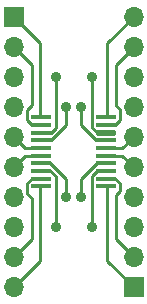
<source format=gtl>
G04 #@! TF.GenerationSoftware,KiCad,Pcbnew,(6.0.9)*
G04 #@! TF.CreationDate,2023-05-28T18:52:16+02:00*
G04 #@! TF.ProjectId,SOIC-SSOP-DIP adapter,534f4943-2d53-4534-9f50-2d4449502061,rev?*
G04 #@! TF.SameCoordinates,Original*
G04 #@! TF.FileFunction,Copper,L1,Top*
G04 #@! TF.FilePolarity,Positive*
%FSLAX46Y46*%
G04 Gerber Fmt 4.6, Leading zero omitted, Abs format (unit mm)*
G04 Created by KiCad (PCBNEW (6.0.9)) date 2023-05-28 18:52:16*
%MOMM*%
%LPD*%
G01*
G04 APERTURE LIST*
G04 Aperture macros list*
%AMRoundRect*
0 Rectangle with rounded corners*
0 $1 Rounding radius*
0 $2 $3 $4 $5 $6 $7 $8 $9 X,Y pos of 4 corners*
0 Add a 4 corners polygon primitive as box body*
4,1,4,$2,$3,$4,$5,$6,$7,$8,$9,$2,$3,0*
0 Add four circle primitives for the rounded corners*
1,1,$1+$1,$2,$3*
1,1,$1+$1,$4,$5*
1,1,$1+$1,$6,$7*
1,1,$1+$1,$8,$9*
0 Add four rect primitives between the rounded corners*
20,1,$1+$1,$2,$3,$4,$5,0*
20,1,$1+$1,$4,$5,$6,$7,0*
20,1,$1+$1,$6,$7,$8,$9,0*
20,1,$1+$1,$8,$9,$2,$3,0*%
G04 Aperture macros list end*
G04 #@! TA.AperFunction,SMDPad,CuDef*
%ADD10RoundRect,0.100000X-0.747500X-0.100000X0.747500X-0.100000X0.747500X0.100000X-0.747500X0.100000X0*%
G04 #@! TD*
G04 #@! TA.AperFunction,SMDPad,CuDef*
%ADD11RoundRect,0.099500X-0.748000X-0.099500X0.748000X-0.099500X0.748000X0.099500X-0.748000X0.099500X0*%
G04 #@! TD*
G04 #@! TA.AperFunction,SMDPad,CuDef*
%ADD12RoundRect,0.107000X-0.740500X-0.107000X0.740500X-0.107000X0.740500X0.107000X-0.740500X0.107000X0*%
G04 #@! TD*
G04 #@! TA.AperFunction,ComponentPad*
%ADD13R,1.700000X1.700000*%
G04 #@! TD*
G04 #@! TA.AperFunction,ComponentPad*
%ADD14O,1.700000X1.700000*%
G04 #@! TD*
G04 #@! TA.AperFunction,ViaPad*
%ADD15C,0.900000*%
G04 #@! TD*
G04 #@! TA.AperFunction,Conductor*
%ADD16C,0.250000*%
G04 #@! TD*
G04 APERTURE END LIST*
D10*
X91227500Y-118995000D03*
X91227500Y-119645000D03*
X91227500Y-120295000D03*
X91227500Y-120945000D03*
D11*
X91227500Y-121594000D03*
D10*
X91227500Y-122245000D03*
X91227500Y-122895000D03*
X91227500Y-123545000D03*
X91227500Y-124195000D03*
X91227500Y-124845000D03*
X96732500Y-124845000D03*
X96732500Y-124195000D03*
X96732500Y-123545000D03*
X96732500Y-122895000D03*
X96732500Y-122245000D03*
X96732500Y-121595000D03*
X96732500Y-120945000D03*
D12*
X96732500Y-120309000D03*
D10*
X96732500Y-119645000D03*
X96732500Y-118995000D03*
D13*
X99060000Y-133350000D03*
D14*
X99060000Y-130810000D03*
X99060000Y-128270000D03*
X99060000Y-125730000D03*
X99060000Y-123190000D03*
X99060000Y-120650000D03*
X99060000Y-118110000D03*
X99060000Y-115570000D03*
X99060000Y-113030000D03*
X99060000Y-110490000D03*
D13*
X88900000Y-110490000D03*
D14*
X88900000Y-113030000D03*
X88900000Y-115570000D03*
X88900000Y-118110000D03*
X88900000Y-120650000D03*
X88900000Y-123190000D03*
X88900000Y-125730000D03*
X88900000Y-128270000D03*
X88900000Y-130810000D03*
X88900000Y-133350000D03*
D15*
X93345000Y-118110000D03*
X93345000Y-125730000D03*
X94615000Y-125730000D03*
X95504000Y-115570000D03*
X95504000Y-128270000D03*
X94615000Y-118110000D03*
X92456000Y-115570000D03*
X92456000Y-128270000D03*
D16*
X97917000Y-125211299D02*
X97536000Y-125592299D01*
X95933959Y-123545000D02*
X95504000Y-123974959D01*
X90424000Y-125857000D02*
X90424000Y-129286000D01*
X91117500Y-124845000D02*
X91117500Y-131132500D01*
X95504000Y-123974959D02*
X95504000Y-128270000D01*
X90428959Y-124195000D02*
X90055000Y-124568959D01*
X91117500Y-131132500D02*
X88900000Y-133350000D01*
X92037520Y-120295000D02*
X92456000Y-119876520D01*
X94615000Y-124213959D02*
X94615000Y-125730000D01*
X96732500Y-122895000D02*
X95933959Y-122895000D01*
X95933959Y-122895000D02*
X94615000Y-124213959D01*
X90424000Y-129286000D02*
X88900000Y-130810000D01*
X89845000Y-122245000D02*
X91117500Y-122245000D01*
X97917000Y-124580959D02*
X97917000Y-125211299D01*
X99060000Y-123190000D02*
X98115000Y-122245000D01*
X97536000Y-129286000D02*
X99060000Y-130810000D01*
X96842500Y-124195000D02*
X97531041Y-124195000D01*
X91117500Y-120295000D02*
X92037520Y-120295000D01*
X98115000Y-122245000D02*
X96842500Y-122245000D01*
X98115000Y-121595000D02*
X96842500Y-121595000D01*
X99060000Y-120650000D02*
X98115000Y-121595000D01*
X92456000Y-123974959D02*
X92456000Y-128270000D01*
X94615000Y-119660690D02*
X94615000Y-118110000D01*
X91117500Y-112707500D02*
X91117500Y-118995000D01*
X92060690Y-120945000D02*
X93345000Y-119660690D01*
X91117500Y-119645000D02*
X90428959Y-119645000D01*
X89845000Y-121595000D02*
X91117500Y-121595000D01*
X90428959Y-119645000D02*
X90055000Y-119271041D01*
X90424000Y-114554000D02*
X88900000Y-113030000D01*
X91117500Y-120945000D02*
X92060690Y-120945000D01*
X88900000Y-120650000D02*
X89845000Y-121595000D01*
X88900000Y-123190000D02*
X89845000Y-122245000D01*
X90424000Y-117983000D02*
X90424000Y-114554000D01*
X91227500Y-123545000D02*
X92026041Y-123545000D01*
X92026041Y-123545000D02*
X92456000Y-123974959D01*
X90055000Y-125488000D02*
X90424000Y-125857000D01*
X91117500Y-124195000D02*
X90428959Y-124195000D01*
X93345000Y-119660690D02*
X93345000Y-118110000D01*
X91227500Y-122895000D02*
X92026041Y-122895000D01*
X90055000Y-118352000D02*
X90424000Y-117983000D01*
X92026041Y-122895000D02*
X93345000Y-124213959D01*
X90055000Y-124568959D02*
X90055000Y-125488000D01*
X96842500Y-124845000D02*
X96842500Y-131132500D01*
X96842500Y-131132500D02*
X99060000Y-133350000D01*
X97531041Y-124195000D02*
X97917000Y-124580959D01*
X90055000Y-119271041D02*
X90055000Y-118352000D01*
X92456000Y-119876520D02*
X92456000Y-115570000D01*
X97536000Y-125592299D02*
X97536000Y-129286000D01*
X93345000Y-124213959D02*
X93345000Y-125730000D01*
X96732500Y-123545000D02*
X95933959Y-123545000D01*
X88900000Y-110490000D02*
X91117500Y-112707500D01*
X96842500Y-119645000D02*
X97531041Y-119645000D01*
X95899310Y-120945000D02*
X94615000Y-119660690D01*
X97905000Y-119271041D02*
X97905000Y-118352000D01*
X97536000Y-114554000D02*
X99060000Y-113030000D01*
X99060000Y-110490000D02*
X96842500Y-112707500D01*
X96842500Y-112707500D02*
X96842500Y-118995000D01*
X96842500Y-120295000D02*
X95933959Y-120295000D01*
X97536000Y-117983000D02*
X97536000Y-114554000D01*
X95504000Y-119865041D02*
X95504000Y-115570000D01*
X97531041Y-119645000D02*
X97905000Y-119271041D01*
X96842500Y-120945000D02*
X95899310Y-120945000D01*
X95933959Y-120295000D02*
X95504000Y-119865041D01*
X97905000Y-118352000D02*
X97536000Y-117983000D01*
M02*

</source>
